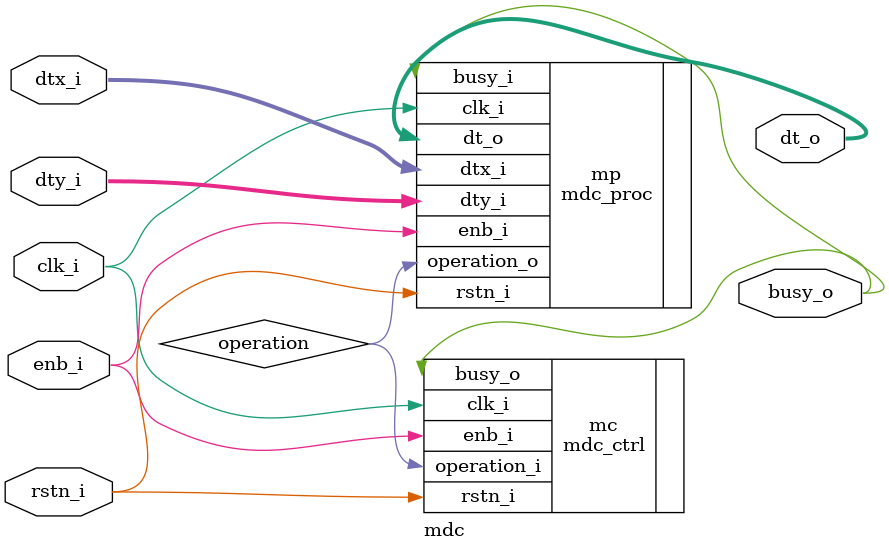
<source format=sv>
module mdc
(
  input logic        clk_i,
  input logic        rstn_i,
  input logic        enb_i,
  input logic  [7:0] dtx_i,
  input logic  [7:0] dty_i,

  output logic [7:0] dt_o,
  output logic       busy_o
);

  logic              operation;

  mdc_ctrl mc
  (
    .clk_i           (clk_i    ),
    .rstn_i          (rstn_i   ),
    .enb_i           (enb_i    ),
    .operation_i     (operation),

    .busy_o          (busy_o   )
  );

  mdc_proc mp
  ( 
    .clk_i           (clk_i    ),
    .rstn_i          (rstn_i   ),
    .enb_i           (enb_i    ),
    .dtx_i           (dtx_i    ),
    .dty_i           (dty_i    ),
    .busy_i          (busy_o   ),

    .operation_o     (operation),
    .dt_o            (dt_o     )
  );

endmodule
</source>
